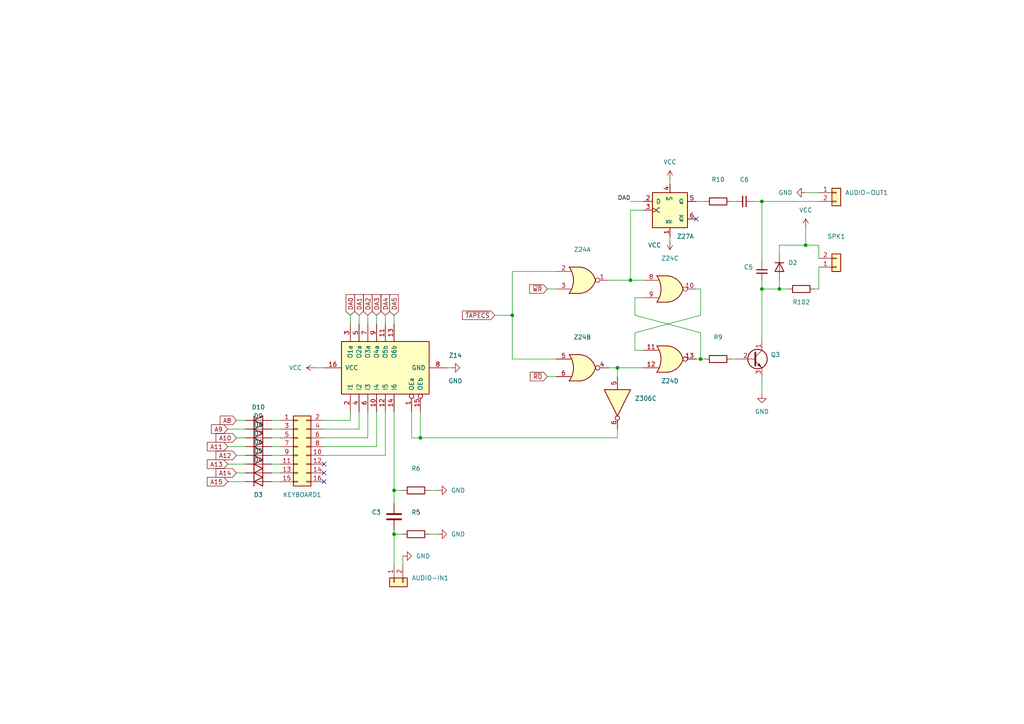
<source format=kicad_sch>
(kicad_sch (version 20211123) (generator eeschema)
  (paper "A4")
  (title_block (title "JupiterAce Z80 plus KIO and new memory format.") (date "2019-09-11") (rev "Alpha") (company "Ontobus") (comment 1 "John Bradley") (comment 2 "https://creativecommons.org/licenses/by-nc-sa/4.0/") (comment 3 "Attribution-NonCommercial-ShareAlike 4.0 International License.") (comment 4 "This work is licensed under a Creative Commons "))
  (lib_symbols
    (symbol "74xx:74LS02" (pin_names (offset 1.016))
      (property "Reference" "U" (at 0 1.27 0))
      (property "Value" "74LS02" (at 0 -1.27 0))
      (symbol "74LS02_1_1"
        (arc (start -3.81 -3.81) (mid -2.589 0) (end -3.81 3.81) (stroke (width 0.254)))
        (arc (start -0.6096 -3.81) (mid 2.1842 -2.5851) (end 3.81 0) (stroke (width 0.254)) (fill (type background)))
        (polyline (pts (xy -3.81 -3.81) (xy -0.635 -3.81)) (stroke (width 0.254)) (fill (type background)))
        (polyline (pts (xy -3.81 3.81) (xy -0.635 3.81)) (stroke (width 0.254)) (fill (type background)))
        (polyline (pts (xy -0.635 3.81) (xy -3.81 3.81) (xy -3.81 3.81) (xy -3.556 3.4036) (xy -3.0226 2.2606) (xy -2.6924 1.0414) (xy -2.6162 -0.254) (xy -2.7686 -1.4986) (xy -3.175 -2.7178) (xy -3.81 -3.81) (xy -3.81 -3.81) (xy -0.635 -3.81)) (stroke (width -25.4)) (fill (type background)))
        (arc (start 3.81 0) (mid 2.1915 2.5936) (end -0.6096 3.81) (stroke (width 0.254)) (fill (type background)))
        (pin output inverted (at 7.62 0 180) (length 3.81) (name "~") (number "1"))
        (pin input line (at -7.62 2.54 0) (length 4.318) (name "~") (number "2"))
        (pin input line (at -7.62 -2.54 0) (length 4.318) (name "~") (number "3"))
      )
      (symbol "74LS02_1_2"
        (arc (start 0 -3.81) (mid 3.81 0) (end 0 3.81) (stroke (width 0.254)) (fill (type background)))
        (polyline (pts (xy 0 3.81) (xy -3.81 3.81) (xy -3.81 -3.81) (xy 0 -3.81)) (stroke (width 0.254)) (fill (type background)))
        (pin output line (at 7.62 0 180) (length 3.81) (name "~") (number "1"))
        (pin input inverted (at -7.62 2.54 0) (length 3.81) (name "~") (number "2"))
        (pin input inverted (at -7.62 -2.54 0) (length 3.81) (name "~") (number "3"))
      )
      (symbol "74LS02_2_1"
        (arc (start -3.81 -3.81) (mid -2.589 0) (end -3.81 3.81) (stroke (width 0.254)))
        (arc (start -0.6096 -3.81) (mid 2.1842 -2.5851) (end 3.81 0) (stroke (width 0.254)) (fill (type background)))
        (polyline (pts (xy -3.81 -3.81) (xy -0.635 -3.81)) (stroke (width 0.254)) (fill (type background)))
        (polyline (pts (xy -3.81 3.81) (xy -0.635 3.81)) (stroke (width 0.254)) (fill (type background)))
        (polyline (pts (xy -0.635 3.81) (xy -3.81 3.81) (xy -3.81 3.81) (xy -3.556 3.4036) (xy -3.0226 2.2606) (xy -2.6924 1.0414) (xy -2.6162 -0.254) (xy -2.7686 -1.4986) (xy -3.175 -2.7178) (xy -3.81 -3.81) (xy -3.81 -3.81) (xy -0.635 -3.81)) (stroke (width -25.4)) (fill (type background)))
        (arc (start 3.81 0) (mid 2.1915 2.5936) (end -0.6096 3.81) (stroke (width 0.254)) (fill (type background)))
        (pin output inverted (at 7.62 0 180) (length 3.81) (name "~") (number "4"))
        (pin input line (at -7.62 2.54 0) (length 4.318) (name "~") (number "5"))
        (pin input line (at -7.62 -2.54 0) (length 4.318) (name "~") (number "6"))
      )
      (symbol "74LS02_2_2"
        (arc (start 0 -3.81) (mid 3.81 0) (end 0 3.81) (stroke (width 0.254)) (fill (type background)))
        (polyline (pts (xy 0 3.81) (xy -3.81 3.81) (xy -3.81 -3.81) (xy 0 -3.81)) (stroke (width 0.254)) (fill (type background)))
        (pin output line (at 7.62 0 180) (length 3.81) (name "~") (number "4"))
        (pin input inverted (at -7.62 2.54 0) (length 3.81) (name "~") (number "5"))
        (pin input inverted (at -7.62 -2.54 0) (length 3.81) (name "~") (number "6"))
      )
      (symbol "74LS02_3_1"
        (arc (start -3.81 -3.81) (mid -2.589 0) (end -3.81 3.81) (stroke (width 0.254)))
        (arc (start -0.6096 -3.81) (mid 2.1842 -2.5851) (end 3.81 0) (stroke (width 0.254)) (fill (type background)))
        (polyline (pts (xy -3.81 -3.81) (xy -0.635 -3.81)) (stroke (width 0.254)) (fill (type background)))
        (polyline (pts (xy -3.81 3.81) (xy -0.635 3.81)) (stroke (width 0.254)) (fill (type background)))
        (polyline (pts (xy -0.635 3.81) (xy -3.81 3.81) (xy -3.81 3.81) (xy -3.556 3.4036) (xy -3.0226 2.2606) (xy -2.6924 1.0414) (xy -2.6162 -0.254) (xy -2.7686 -1.4986) (xy -3.175 -2.7178) (xy -3.81 -3.81) (xy -3.81 -3.81) (xy -0.635 -3.81)) (stroke (width -25.4)) (fill (type background)))
        (arc (start 3.81 0) (mid 2.1915 2.5936) (end -0.6096 3.81) (stroke (width 0.254)) (fill (type background)))
        (pin output inverted (at 7.62 0 180) (length 3.81) (name "~") (number "10"))
        (pin input line (at -7.62 2.54 0) (length 4.318) (name "~") (number "8"))
        (pin input line (at -7.62 -2.54 0) (length 4.318) (name "~") (number "9"))
      )
      (symbol "74LS02_3_2"
        (arc (start 0 -3.81) (mid 3.81 0) (end 0 3.81) (stroke (width 0.254)) (fill (type background)))
        (polyline (pts (xy 0 3.81) (xy -3.81 3.81) (xy -3.81 -3.81) (xy 0 -3.81)) (stroke (width 0.254)) (fill (type background)))
        (pin output line (at 7.62 0 180) (length 3.81) (name "~") (number "10"))
        (pin input inverted (at -7.62 2.54 0) (length 3.81) (name "~") (number "8"))
        (pin input inverted (at -7.62 -2.54 0) (length 3.81) (name "~") (number "9"))
      )
      (symbol "74LS02_4_1"
        (arc (start -3.81 -3.81) (mid -2.589 0) (end -3.81 3.81) (stroke (width 0.254)))
        (arc (start -0.6096 -3.81) (mid 2.1842 -2.5851) (end 3.81 0) (stroke (width 0.254)) (fill (type background)))
        (polyline (pts (xy -3.81 -3.81) (xy -0.635 -3.81)) (stroke (width 0.254)) (fill (type background)))
        (polyline (pts (xy -3.81 3.81) (xy -0.635 3.81)) (stroke (width 0.254)) (fill (type background)))
        (polyline (pts (xy -0.635 3.81) (xy -3.81 3.81) (xy -3.81 3.81) (xy -3.556 3.4036) (xy -3.0226 2.2606) (xy -2.6924 1.0414) (xy -2.6162 -0.254) (xy -2.7686 -1.4986) (xy -3.175 -2.7178) (xy -3.81 -3.81) (xy -3.81 -3.81) (xy -0.635 -3.81)) (stroke (width -25.4)) (fill (type background)))
        (arc (start 3.81 0) (mid 2.1915 2.5936) (end -0.6096 3.81) (stroke (width 0.254)) (fill (type background)))
        (pin input line (at -7.62 2.54 0) (length 4.318) (name "~") (number "11"))
        (pin input line (at -7.62 -2.54 0) (length 4.318) (name "~") (number "12"))
        (pin output inverted (at 7.62 0 180) (length 3.81) (name "~") (number "13"))
      )
      (symbol "74LS02_4_2"
        (arc (start 0 -3.81) (mid 3.81 0) (end 0 3.81) (stroke (width 0.254)) (fill (type background)))
        (polyline (pts (xy 0 3.81) (xy -3.81 3.81) (xy -3.81 -3.81) (xy 0 -3.81)) (stroke (width 0.254)) (fill (type background)))
        (pin input inverted (at -7.62 2.54 0) (length 3.81) (name "~") (number "11"))
        (pin input inverted (at -7.62 -2.54 0) (length 3.81) (name "~") (number "12"))
        (pin output line (at 7.62 0 180) (length 3.81) (name "~") (number "13"))
      )
      (symbol "74LS02_5_0"
        (pin power_in line (at 0 12.7 270) (length 5.08) (name "VCC") (number "14"))
        (pin power_in line (at 0 -12.7 90) (length 5.08) (name "GND") (number "7"))
      )
      (symbol "74LS02_5_1"
        (rectangle (start -5.08 7.62) (end 5.08 -7.62) (stroke (width 0.254)) (fill (type background)))
      )
    )
    (symbol "74xx:74LS04"
      (property "Reference" "U" (at 0 1.27 0))
      (property "Value" "74LS04" (at 0 -1.27 0))
      (symbol "74LS04_1_0"
        (polyline (pts (xy -3.81 3.81) (xy -3.81 -3.81) (xy 3.81 0) (xy -3.81 3.81)) (stroke (width 0.254)) (fill (type background)))
        (pin input line (at -7.62 0 0) (length 3.81) (name "~") (number "1"))
        (pin output inverted (at 7.62 0 180) (length 3.81) (name "~") (number "2"))
      )
      (symbol "74LS04_2_0"
        (polyline (pts (xy -3.81 3.81) (xy -3.81 -3.81) (xy 3.81 0) (xy -3.81 3.81)) (stroke (width 0.254)) (fill (type background)))
        (pin input line (at -7.62 0 0) (length 3.81) (name "~") (number "3"))
        (pin output inverted (at 7.62 0 180) (length 3.81) (name "~") (number "4"))
      )
      (symbol "74LS04_3_0"
        (polyline (pts (xy -3.81 3.81) (xy -3.81 -3.81) (xy 3.81 0) (xy -3.81 3.81)) (stroke (width 0.254)) (fill (type background)))
        (pin input line (at -7.62 0 0) (length 3.81) (name "~") (number "5"))
        (pin output inverted (at 7.62 0 180) (length 3.81) (name "~") (number "6"))
      )
      (symbol "74LS04_4_0"
        (polyline (pts (xy -3.81 3.81) (xy -3.81 -3.81) (xy 3.81 0) (xy -3.81 3.81)) (stroke (width 0.254)) (fill (type background)))
        (pin output inverted (at 7.62 0 180) (length 3.81) (name "~") (number "8"))
        (pin input line (at -7.62 0 0) (length 3.81) (name "~") (number "9"))
      )
      (symbol "74LS04_5_0"
        (polyline (pts (xy -3.81 3.81) (xy -3.81 -3.81) (xy 3.81 0) (xy -3.81 3.81)) (stroke (width 0.254)) (fill (type background)))
        (pin output inverted (at 7.62 0 180) (length 3.81) (name "~") (number "10"))
        (pin input line (at -7.62 0 0) (length 3.81) (name "~") (number "11"))
      )
      (symbol "74LS04_6_0"
        (polyline (pts (xy -3.81 3.81) (xy -3.81 -3.81) (xy 3.81 0) (xy -3.81 3.81)) (stroke (width 0.254)) (fill (type background)))
        (pin output inverted (at 7.62 0 180) (length 3.81) (name "~") (number "12"))
        (pin input line (at -7.62 0 0) (length 3.81) (name "~") (number "13"))
      )
      (symbol "74LS04_7_0"
        (pin power_in line (at 0 12.7 270) (length 5.08) (name "VCC") (number "14"))
        (pin power_in line (at 0 -12.7 90) (length 5.08) (name "GND") (number "7"))
      )
      (symbol "74LS04_7_1"
        (rectangle (start -5.08 7.62) (end 5.08 -7.62) (stroke (width 0.254)) (fill (type background)))
      )
    )
    (symbol "74xx:74LS367" (pin_names (offset 1.016))
      (property "Reference" "U" (at -7.62 13.97 0))
      (property "Value" "74LS367" (at -7.62 -13.97 0))
      (symbol "74LS367_1_0"
        (pin input inverted (at -12.7 -7.62 0) (length 5.08) (name "OEa") (number "1"))
        (pin input line (at -12.7 2.54 0) (length 5.08) (name "I4") (number "10"))
        (pin tri_state line (at 12.7 0 180) (length 5.08) (name "O5b") (number "11"))
        (pin input line (at -12.7 0 0) (length 5.08) (name "I5") (number "12"))
        (pin tri_state line (at 12.7 -2.54 180) (length 5.08) (name "O6b") (number "13"))
        (pin input line (at -12.7 -2.54 0) (length 5.08) (name "I6") (number "14"))
        (pin input inverted (at -12.7 -10.16 0) (length 5.08) (name "OEb") (number "15"))
        (pin power_in line (at 0 17.78 270) (length 5.08) (name "VCC") (number "16"))
        (pin input line (at -12.7 10.16 0) (length 5.08) (name "I1") (number "2"))
        (pin tri_state line (at 12.7 10.16 180) (length 5.08) (name "O1a") (number "3"))
        (pin input line (at -12.7 7.62 0) (length 5.08) (name "I2") (number "4"))
        (pin tri_state line (at 12.7 7.62 180) (length 5.08) (name "O2a") (number "5"))
        (pin input line (at -12.7 5.08 0) (length 5.08) (name "I3") (number "6"))
        (pin tri_state line (at 12.7 5.08 180) (length 5.08) (name "O3a") (number "7"))
        (pin power_in line (at 0 -17.78 90) (length 5.08) (name "GND") (number "8"))
        (pin tri_state line (at 12.7 2.54 180) (length 5.08) (name "O4a") (number "9"))
      )
      (symbol "74LS367_1_1"
        (rectangle (start -7.62 12.7) (end 7.62 -12.7) (stroke (width 0.254)) (fill (type background)))
      )
    )
    (symbol "74xx:74LS74" (pin_names (offset 1.016))
      (property "Reference" "U" (at -7.62 8.89 0))
      (property "Value" "74LS74" (at -7.62 -8.89 0))
      (symbol "74LS74_1_0"
        (pin input line (at 0 -7.62 90) (length 2.54) (name "~{R}") (number "1"))
        (pin input line (at -7.62 2.54 0) (length 2.54) (name "D") (number "2"))
        (pin input clock (at -7.62 0 0) (length 2.54) (name "C") (number "3"))
        (pin input line (at 0 7.62 270) (length 2.54) (name "~{S}") (number "4"))
        (pin output line (at 7.62 2.54 180) (length 2.54) (name "Q") (number "5"))
        (pin output line (at 7.62 -2.54 180) (length 2.54) (name "~{Q}") (number "6"))
      )
      (symbol "74LS74_1_1"
        (rectangle (start -5.08 5.08) (end 5.08 -5.08) (stroke (width 0.254)) (fill (type background)))
      )
      (symbol "74LS74_2_0"
        (pin input line (at 0 7.62 270) (length 2.54) (name "~{S}") (number "10"))
        (pin input clock (at -7.62 0 0) (length 2.54) (name "C") (number "11"))
        (pin input line (at -7.62 2.54 0) (length 2.54) (name "D") (number "12"))
        (pin input line (at 0 -7.62 90) (length 2.54) (name "~{R}") (number "13"))
        (pin output line (at 7.62 -2.54 180) (length 2.54) (name "~{Q}") (number "8"))
        (pin output line (at 7.62 2.54 180) (length 2.54) (name "Q") (number "9"))
      )
      (symbol "74LS74_2_1"
        (rectangle (start -5.08 5.08) (end 5.08 -5.08) (stroke (width 0.254)) (fill (type background)))
      )
      (symbol "74LS74_3_0"
        (pin power_in line (at 0 10.16 270) (length 2.54) (name "VCC") (number "14"))
        (pin power_in line (at 0 -10.16 90) (length 2.54) (name "GND") (number "7"))
      )
      (symbol "74LS74_3_1"
        (rectangle (start -5.08 7.62) (end 5.08 -7.62) (stroke (width 0.254)) (fill (type background)))
      )
    )
    (symbol "Connector_Generic:Conn_01x02" (pin_names (offset 1.016) hide)
      (property "Reference" "J" (at 0 2.54 0))
      (property "Value" "Conn_01x02" (at 0 -5.08 0))
      (symbol "Conn_01x02_1_1"
        (rectangle (start -1.27 -2.413) (end 0 -2.667) (stroke (width 0.1524)))
        (rectangle (start -1.27 0.127) (end 0 -0.127) (stroke (width 0.1524)))
        (rectangle (start -1.27 1.27) (end 1.27 -3.81) (stroke (width 0.254)) (fill (type background)))
        (pin passive line (at -5.08 0 0) (length 3.81) (name "Pin_1") (number "1"))
        (pin passive line (at -5.08 -2.54 0) (length 3.81) (name "Pin_2") (number "2"))
      )
    )
    (symbol "Connector_Generic:Conn_02x08_Odd_Even" (pin_names (offset 1.016) hide)
      (property "Reference" "J" (at 1.27 10.16 0))
      (property "Value" "Conn_02x08_Odd_Even" (at 1.27 -12.7 0))
      (symbol "Conn_02x08_Odd_Even_1_1"
        (rectangle (start -1.27 -10.033) (end 0 -10.287) (stroke (width 0.1524)))
        (rectangle (start -1.27 -7.493) (end 0 -7.747) (stroke (width 0.1524)))
        (rectangle (start -1.27 -4.953) (end 0 -5.207) (stroke (width 0.1524)))
        (rectangle (start -1.27 -2.413) (end 0 -2.667) (stroke (width 0.1524)))
        (rectangle (start -1.27 0.127) (end 0 -0.127) (stroke (width 0.1524)))
        (rectangle (start -1.27 2.667) (end 0 2.413) (stroke (width 0.1524)))
        (rectangle (start -1.27 5.207) (end 0 4.953) (stroke (width 0.1524)))
        (rectangle (start -1.27 7.747) (end 0 7.493) (stroke (width 0.1524)))
        (rectangle (start -1.27 8.89) (end 3.81 -11.43) (stroke (width 0.254)) (fill (type background)))
        (rectangle (start 3.81 -10.033) (end 2.54 -10.287) (stroke (width 0.1524)))
        (rectangle (start 3.81 -7.493) (end 2.54 -7.747) (stroke (width 0.1524)))
        (rectangle (start 3.81 -4.953) (end 2.54 -5.207) (stroke (width 0.1524)))
        (rectangle (start 3.81 -2.413) (end 2.54 -2.667) (stroke (width 0.1524)))
        (rectangle (start 3.81 0.127) (end 2.54 -0.127) (stroke (width 0.1524)))
        (rectangle (start 3.81 2.667) (end 2.54 2.413) (stroke (width 0.1524)))
        (rectangle (start 3.81 5.207) (end 2.54 4.953) (stroke (width 0.1524)))
        (rectangle (start 3.81 7.747) (end 2.54 7.493) (stroke (width 0.1524)))
        (pin passive line (at -5.08 7.62 0) (length 3.81) (name "Pin_1") (number "1"))
        (pin passive line (at 7.62 -2.54 180) (length 3.81) (name "Pin_10") (number "10"))
        (pin passive line (at -5.08 -5.08 0) (length 3.81) (name "Pin_11") (number "11"))
        (pin passive line (at 7.62 -5.08 180) (length 3.81) (name "Pin_12") (number "12"))
        (pin passive line (at -5.08 -7.62 0) (length 3.81) (name "Pin_13") (number "13"))
        (pin passive line (at 7.62 -7.62 180) (length 3.81) (name "Pin_14") (number "14"))
        (pin passive line (at -5.08 -10.16 0) (length 3.81) (name "Pin_15") (number "15"))
        (pin passive line (at 7.62 -10.16 180) (length 3.81) (name "Pin_16") (number "16"))
        (pin passive line (at 7.62 7.62 180) (length 3.81) (name "Pin_2") (number "2"))
        (pin passive line (at -5.08 5.08 0) (length 3.81) (name "Pin_3") (number "3"))
        (pin passive line (at 7.62 5.08 180) (length 3.81) (name "Pin_4") (number "4"))
        (pin passive line (at -5.08 2.54 0) (length 3.81) (name "Pin_5") (number "5"))
        (pin passive line (at 7.62 2.54 180) (length 3.81) (name "Pin_6") (number "6"))
        (pin passive line (at -5.08 0 0) (length 3.81) (name "Pin_7") (number "7"))
        (pin passive line (at 7.62 0 180) (length 3.81) (name "Pin_8") (number "8"))
        (pin passive line (at -5.08 -2.54 0) (length 3.81) (name "Pin_9") (number "9"))
      )
    )
    (symbol "Device:C" (pin_numbers hide) (pin_names (offset 0.254))
      (property "Reference" "C" (at 0.635 2.54 0))
      (property "Value" "C" (at 0.635 -2.54 0))
      (symbol "C_0_1"
        (polyline (pts (xy -2.032 -0.762) (xy 2.032 -0.762)) (stroke (width 0.508)))
        (polyline (pts (xy -2.032 0.762) (xy 2.032 0.762)) (stroke (width 0.508)))
      )
      (symbol "C_1_1"
        (pin passive line (at 0 3.81 270) (length 2.794) (name "~") (number "1"))
        (pin passive line (at 0 -3.81 90) (length 2.794) (name "~") (number "2"))
      )
    )
    (symbol "Device:C_Small" (pin_numbers hide) (pin_names (offset 0.254) hide)
      (property "Reference" "C" (at 0.254 1.778 0))
      (property "Value" "C_Small" (at 0.254 -2.032 0))
      (symbol "C_Small_0_1"
        (polyline (pts (xy -1.524 -0.508) (xy 1.524 -0.508)) (stroke (width 0.3302)))
        (polyline (pts (xy -1.524 0.508) (xy 1.524 0.508)) (stroke (width 0.3048)))
      )
      (symbol "C_Small_1_1"
        (pin passive line (at 0 2.54 270) (length 2.032) (name "~") (number "1"))
        (pin passive line (at 0 -2.54 90) (length 2.032) (name "~") (number "2"))
      )
    )
    (symbol "Device:Q_NPN_CBE" (pin_names (offset 0) hide)
      (property "Reference" "Q" (at 5.08 1.27 0))
      (property "Value" "Q_NPN_CBE" (at 5.08 -1.27 0))
      (symbol "Q_NPN_CBE_0_1"
        (polyline (pts (xy 0.635 0.635) (xy 2.54 2.54)))
        (polyline (pts (xy 0.635 -0.635) (xy 2.54 -2.54) (xy 2.54 -2.54)))
        (polyline (pts (xy 0.635 1.905) (xy 0.635 -1.905) (xy 0.635 -1.905)) (stroke (width 0.508)))
        (polyline (pts (xy 1.27 -1.778) (xy 1.778 -1.27) (xy 2.286 -2.286) (xy 1.27 -1.778) (xy 1.27 -1.778)) (fill (type outline)))
        (circle (center 1.27 0) (radius 2.8194) (stroke (width 0.254)))
      )
      (symbol "Q_NPN_CBE_1_1"
        (pin passive line (at 2.54 5.08 270) (length 2.54) (name "C") (number "1"))
        (pin input line (at -5.08 0 0) (length 5.715) (name "B") (number "2"))
        (pin passive line (at 2.54 -5.08 90) (length 2.54) (name "E") (number "3"))
      )
    )
    (symbol "Device:R" (pin_numbers hide) (pin_names (offset 0))
      (property "Reference" "R" (at 2.032 0 90))
      (property "Value" "R" (at 0 0 90))
      (symbol "R_0_1"
        (rectangle (start -1.016 -2.54) (end 1.016 2.54) (stroke (width 0.254)))
      )
      (symbol "R_1_1"
        (pin passive line (at 0 3.81 270) (length 1.27) (name "~") (number "1"))
        (pin passive line (at 0 -3.81 90) (length 1.27) (name "~") (number "2"))
      )
    )
    (symbol "Diode:1N4148" (pin_numbers hide) (pin_names (offset 1.016) hide)
      (property "Reference" "D" (at 0 2.54 0))
      (property "Value" "1N4148" (at 0 -2.54 0))
      (symbol "1N4148_0_1"
        (polyline (pts (xy -1.27 1.27) (xy -1.27 -1.27)) (stroke (width 0.254)))
        (polyline (pts (xy 1.27 0) (xy -1.27 0)))
        (polyline (pts (xy 1.27 1.27) (xy 1.27 -1.27) (xy -1.27 0) (xy 1.27 1.27)) (stroke (width 0.254)))
      )
      (symbol "1N4148_1_1"
        (pin passive line (at -3.81 0 0) (length 2.54) (name "K") (number "1"))
        (pin passive line (at 3.81 0 180) (length 2.54) (name "A") (number "2"))
      )
    )
    (symbol "power:GND" (power) (pin_names (offset 0))
      (property "Value" "GND" (at 0 -3.81 0))
      (symbol "GND_0_1"
        (polyline (pts (xy 0 0) (xy 0 -1.27) (xy 1.27 -1.27) (xy 0 -2.54) (xy -1.27 -1.27) (xy 0 -1.27)))
      )
      (symbol "GND_1_1"
        (pin power_in line (at 0 0 270) (length 0) hide (name "GND") (number "1"))
      )
    )
    (symbol "power:VCC" (power) (pin_names (offset 0))
      (property "Value" "VCC" (at 0 3.81 0))
      (symbol "VCC_0_1"
        (polyline (pts (xy -0.762 1.27) (xy 0 2.54)))
        (polyline (pts (xy 0 0) (xy 0 2.54)))
        (polyline (pts (xy 0 2.54) (xy 0.762 1.27)))
      )
      (symbol "VCC_1_1"
        (pin power_in line (at 0 0 90) (length 0) hide (name "VCC") (number "1"))
      )
    )
  )
  (junction (at 148.59 91.44))
  (junction (at 114.3 142.24))
  (junction (at 233.68 71.12))
  (junction (at 220.98 58.42))
  (junction (at 203.2 104.14))
  (junction (at 121.92 127))
  (junction (at 226.06 83.82))
  (junction (at 220.98 83.82))
  (junction (at 114.3 154.94))
  (junction (at 182.88 81.28))
  (junction (at 179.07 106.68))
  (no_connect (at 93.98 137.16))
  (no_connect (at -28.575 298.45))
  (no_connect (at -344.805 283.21))
  (no_connect (at 93.98 139.7))
  (no_connect (at 201.93 63.5))
  (no_connect (at 93.98 134.62))
  (wire (pts (xy 78.74 124.46) (xy 81.28 124.46)))
  (wire (pts (xy 93.98 127) (xy 106.68 127)))
  (wire (pts (xy 184.15 101.6) (xy 186.69 101.6)))
  (wire (pts (xy 114.3 119.38) (xy 114.3 142.24)))
  (wire (pts (xy 101.6 93.98) (xy 101.6 91.44)))
  (wire (pts (xy 119.38 119.38) (xy 119.38 127)))
  (wire (pts (xy 116.84 154.94) (xy 114.3 154.94)))
  (wire (pts (xy 148.59 104.14) (xy 161.29 104.14)))
  (wire (pts (xy 161.29 109.22) (xy 158.75 109.22)))
  (wire (pts (xy 184.15 86.36) (xy 186.69 86.36)))
  (wire (pts (xy 109.22 129.54) (xy 93.98 129.54)))
  (wire (pts (xy 71.12 129.54) (xy 66.04 129.54)))
  (wire (pts (xy 114.3 154.94) (xy 114.3 153.67)))
  (wire (pts (xy 130.81 106.68) (xy 129.54 106.68)))
  (wire (pts (xy 71.12 134.62) (xy 66.04 134.62)))
  (wire (pts (xy 71.12 139.7) (xy 66.04 139.7)))
  (wire (pts (xy 111.76 93.98) (xy 111.76 91.44)))
  (wire (pts (xy 226.06 83.82) (xy 226.06 81.28)))
  (wire (pts (xy 93.98 121.92) (xy 101.6 121.92)))
  (wire (pts (xy 81.28 132.08) (xy 78.74 132.08)))
  (wire (pts (xy 78.74 134.62) (xy 81.28 134.62)))
  (wire (pts (xy 71.12 124.46) (xy 66.04 124.46)))
  (wire (pts (xy 121.92 119.38) (xy 121.92 127)))
  (wire (pts (xy 148.59 91.44) (xy 148.59 104.14)))
  (wire (pts (xy 220.98 83.82) (xy 220.98 99.06)))
  (wire (pts (xy 204.47 58.42) (xy 201.93 58.42)))
  (wire (pts (xy 179.07 124.46) (xy 179.07 127)))
  (wire (pts (xy 220.98 81.28) (xy 220.98 83.82)))
  (wire (pts (xy 148.59 78.74) (xy 148.59 91.44)))
  (wire (pts (xy 179.07 106.68) (xy 186.69 106.68)))
  (wire (pts (xy 203.2 91.44) (xy 184.15 96.52)))
  (wire (pts (xy 184.15 96.52) (xy 184.15 101.6)))
  (wire (pts (xy 81.28 127) (xy 78.74 127)))
  (wire (pts (xy 124.46 142.24) (xy 127 142.24)))
  (wire (pts (xy 81.28 137.16) (xy 78.74 137.16)))
  (wire (pts (xy 93.98 124.46) (xy 104.14 124.46)))
  (wire (pts (xy 143.51 91.44) (xy 148.59 91.44)))
  (wire (pts (xy 194.31 53.34) (xy 194.31 52.07)))
  (wire (pts (xy 237.49 74.93) (xy 237.49 71.12)))
  (wire (pts (xy 114.3 146.05) (xy 114.3 142.24)))
  (wire (pts (xy 220.98 83.82) (xy 226.06 83.82)))
  (wire (pts (xy 106.68 93.98) (xy 106.68 91.44)))
  (wire (pts (xy 220.98 58.42) (xy 220.98 76.2)))
  (wire (pts (xy 186.69 60.96) (xy 182.88 60.96)))
  (wire (pts (xy 226.06 71.12) (xy 226.06 73.66)))
  (wire (pts (xy 114.3 93.98) (xy 114.3 91.44)))
  (wire (pts (xy 201.93 104.14) (xy 203.2 104.14)))
  (wire (pts (xy 116.84 161.29) (xy 116.84 163.83)))
  (wire (pts (xy 93.98 132.08) (xy 111.76 132.08)))
  (wire (pts (xy 182.88 58.42) (xy 186.69 58.42)))
  (wire (pts (xy 203.2 104.14) (xy 204.47 104.14)))
  (wire (pts (xy 78.74 129.54) (xy 81.28 129.54)))
  (wire (pts (xy 201.93 83.82) (xy 203.2 83.82)))
  (wire (pts (xy 104.14 119.38) (xy 104.14 124.46)))
  (wire (pts (xy 203.2 83.82) (xy 203.2 91.44)))
  (wire (pts (xy 119.38 127) (xy 121.92 127)))
  (wire (pts (xy 71.12 137.16) (xy 68.58 137.16)))
  (wire (pts (xy 176.53 106.68) (xy 179.07 106.68)))
  (wire (pts (xy 226.06 71.12) (xy 233.68 71.12)))
  (wire (pts (xy 161.29 83.82) (xy 158.75 83.82)))
  (wire (pts (xy 93.98 106.68) (xy 91.44 106.68)))
  (wire (pts (xy 179.07 106.68) (xy 179.07 109.22)))
  (wire (pts (xy 121.92 127) (xy 179.07 127)))
  (wire (pts (xy 213.36 104.14) (xy 212.09 104.14)))
  (wire (pts (xy 194.31 68.58) (xy 194.31 69.85)))
  (wire (pts (xy 109.22 119.38) (xy 109.22 129.54)))
  (wire (pts (xy 101.6 119.38) (xy 101.6 121.92)))
  (wire (pts (xy 114.3 163.83) (xy 114.3 154.94)))
  (wire (pts (xy 104.14 93.98) (xy 104.14 91.44)))
  (wire (pts (xy 81.28 121.92) (xy 78.74 121.92)))
  (wire (pts (xy 184.15 91.44) (xy 184.15 86.36)))
  (wire (pts (xy 228.6 83.82) (xy 226.06 83.82)))
  (wire (pts (xy 124.46 154.94) (xy 127 154.94)))
  (wire (pts (xy 237.49 55.88) (xy 233.68 55.88)))
  (wire (pts (xy 106.68 119.38) (xy 106.68 127)))
  (wire (pts (xy 237.49 83.82) (xy 237.49 77.47)))
  (wire (pts (xy 212.09 58.42) (xy 213.36 58.42)))
  (wire (pts (xy 161.29 78.74) (xy 148.59 78.74)))
  (wire (pts (xy 111.76 119.38) (xy 111.76 132.08)))
  (wire (pts (xy 220.98 109.22) (xy 220.98 114.3)))
  (wire (pts (xy 116.84 142.24) (xy 114.3 142.24)))
  (wire (pts (xy 176.53 81.28) (xy 182.88 81.28)))
  (wire (pts (xy 233.68 71.12) (xy 233.68 66.04)))
  (wire (pts (xy 220.98 58.42) (xy 237.49 58.42)))
  (wire (pts (xy 203.2 96.52) (xy 203.2 104.14)))
  (wire (pts (xy 78.74 139.7) (xy 81.28 139.7)))
  (wire (pts (xy 109.22 93.98) (xy 109.22 91.44)))
  (wire (pts (xy 233.68 71.12) (xy 237.49 71.12)))
  (wire (pts (xy 182.88 81.28) (xy 186.69 81.28)))
  (wire (pts (xy 71.12 127) (xy 68.58 127)))
  (wire (pts (xy 71.12 121.92) (xy 68.58 121.92)))
  (wire (pts (xy 218.44 58.42) (xy 220.98 58.42)))
  (wire (pts (xy 203.2 96.52) (xy 184.15 91.44)))
  (wire (pts (xy 236.22 83.82) (xy 237.49 83.82)))
  (wire (pts (xy 182.88 60.96) (xy 182.88 81.28)))
  (wire (pts (xy 71.12 132.08) (xy 68.58 132.08)))
  (label "DA0" (at 182.88 58.42 180))
  (global_label "A9" (shape input) (at 66.04 124.46 180) (property "Intersheet References" "${INTERSHEET_REFS}" (at 61.4177 124.3806 0) (effects (justify right))))
  (global_label "~{TAPECS}" (shape input) (at 143.51 91.44 180) (property "Intersheet References" "${INTERSHEET_REFS}" (at 134.231 91.3606 0) (effects (justify right))))
  (global_label "~{WR}" (shape input) (at 158.75 83.82 180) (property "Intersheet References" "${INTERSHEET_REFS}" (at 153.7044 83.7406 0) (effects (justify right))))
  (global_label "DA1" (shape input) (at 104.14 91.44 90) (property "Intersheet References" "${INTERSHEET_REFS}" (at 104.0606 85.5477 90) (effects (justify left))))
  (global_label "DA5" (shape input) (at 114.3 91.44 90) (property "Intersheet References" "${INTERSHEET_REFS}" (at 114.2206 85.5477 90) (effects (justify left))))
  (global_label "DA3" (shape input) (at 109.22 91.44 90) (property "Intersheet References" "${INTERSHEET_REFS}" (at 109.1406 85.5477 90) (effects (justify left))))
  (global_label "A10" (shape input) (at 68.58 127 180) (property "Intersheet References" "${INTERSHEET_REFS}" (at 62.7482 126.9206 0) (effects (justify right))))
  (global_label "A12" (shape input) (at 68.58 132.08 180) (property "Intersheet References" "${INTERSHEET_REFS}" (at 62.7482 132.0006 0) (effects (justify right))))
  (global_label "A15" (shape input) (at 66.04 139.7 180) (property "Intersheet References" "${INTERSHEET_REFS}" (at 60.2082 139.6206 0) (effects (justify right))))
  (global_label "~{RD}" (shape input) (at 158.75 109.22 180) (property "Intersheet References" "${INTERSHEET_REFS}" (at 153.8858 109.1406 0) (effects (justify right))))
  (global_label "A13" (shape input) (at 66.04 134.62 180) (property "Intersheet References" "${INTERSHEET_REFS}" (at 60.2082 134.5406 0) (effects (justify right))))
  (global_label "DA0" (shape input) (at 101.6 91.44 90) (property "Intersheet References" "${INTERSHEET_REFS}" (at 101.5206 85.5477 90) (effects (justify left))))
  (global_label "A14" (shape input) (at 68.58 137.16 180) (property "Intersheet References" "${INTERSHEET_REFS}" (at 62.7482 137.0806 0) (effects (justify right))))
  (global_label "DA4" (shape input) (at 111.76 91.44 90) (property "Intersheet References" "${INTERSHEET_REFS}" (at 111.6806 85.5477 90) (effects (justify left))))
  (global_label "A11" (shape input) (at 66.04 129.54 180) (property "Intersheet References" "${INTERSHEET_REFS}" (at 60.2082 129.4606 0) (effects (justify right))))
  (global_label "A8" (shape input) (at 68.58 121.92 180) (property "Intersheet References" "${INTERSHEET_REFS}" (at 63.9577 121.8406 0) (effects (justify right))))
  (global_label "DA2" (shape input) (at 106.68 91.44 90) (property "Intersheet References" "${INTERSHEET_REFS}" (at 106.6006 85.5477 90) (effects (justify left))))
  (symbol (lib_id "Connector_Generic:Conn_01x02") (at 114.3 168.91 90) (mirror x) (unit 1)
    (property "Reference" "AUDIO-IN1" (at 119.38 167.64 90) (effects (font (size 1.2954 1.2954)) (justify right)))
    (property "Manufacturer_Name" "SAMTEC" (effects hide))
    (property "Manufacturer_Part_Number" "TSW–101–10–T–D–RA" (effects hide))
  )
  (symbol (lib_id "Device:C") (at 114.3 149.86 180) (unit 1)
    (property "Reference" "C3" (at 110.49 148.5899 0) (effects (justify left)))
    (property "Manufacturer_Name" "vishay" (effects hide))
    (property "Manufacturer_Part_Number" "K473K15X7RF5TL2" (effects hide))
    (property "Height" "4" (effects hide))
  )
  (symbol (lib_id "Diode:1N4148") (at 74.93 139.7 0) (unit 1)
    (property "Reference" "D3" (at 74.93 143.51 0))
    (property "Datasheet" "https://assets.nexperia.com/documents/data-sheet/1N4148_1N4448.pdf" (effects hide))
    (property "Manufacturer_Name" "ON Semiconductor" (effects hide))
    (property "Manufacturer_Part_Number" "1N4148" (effects hide))
  )
  (symbol (lib_id "Device:Q_NPN_CBE") (at 218.44 104.14 0) (unit 1)
    (property "Reference" "Q3" (at 223.52 102.8699 0) (effects (justify left)))
    (property "Manufacturer_Part_Number" "BC183" (effects hide))
  )
  (symbol (lib_id "Diode:1N4148") (at 74.93 137.16 0) (unit 1)
    (property "Reference" "D4" (at 74.93 133.35 0))
    (property "Datasheet" "https://assets.nexperia.com/documents/data-sheet/1N4148_1N4448.pdf" (effects hide))
    (property "Manufacturer_Name" "ON Semiconductor" (effects hide))
    (property "Manufacturer_Part_Number" "1N4148" (effects hide))
  )
  (symbol (lib_id "Diode:1N4148") (at 74.93 134.62 0) (unit 1)
    (property "Reference" "D5" (at 74.93 130.81 0))
    (property "Datasheet" "https://assets.nexperia.com/documents/data-sheet/1N4148_1N4448.pdf" (effects hide))
    (property "Manufacturer_Name" "ON Semiconductor" (effects hide))
    (property "Manufacturer_Part_Number" "1N4148" (effects hide))
  )
  (symbol (lib_id "Diode:1N4148") (at 74.93 132.08 0) (unit 1)
    (property "Reference" "D6" (at 74.93 128.27 0))
    (property "Datasheet" "https://assets.nexperia.com/documents/data-sheet/1N4148_1N4448.pdf" (effects hide))
    (property "Manufacturer_Name" "ON Semiconductor" (effects hide))
    (property "Manufacturer_Part_Number" "1N4148" (effects hide))
  )
  (symbol (lib_id "Diode:1N4148") (at 74.93 129.54 0) (unit 1)
    (property "Reference" "D7" (at 74.93 125.73 0))
    (property "Datasheet" "https://assets.nexperia.com/documents/data-sheet/1N4148_1N4448.pdf" (effects hide))
    (property "Manufacturer_Name" "ON Semiconductor" (effects hide))
    (property "Manufacturer_Part_Number" "1N4148" (effects hide))
  )
  (symbol (lib_id "Diode:1N4148") (at 74.93 127 0) (unit 1)
    (property "Reference" "D8" (at 74.93 123.19 0))
    (property "Datasheet" "https://assets.nexperia.com/documents/data-sheet/1N4148_1N4448.pdf" (effects hide))
    (property "Manufacturer_Name" "ON Semiconductor" (effects hide))
    (property "Manufacturer_Part_Number" "1N4148" (effects hide))
  )
  (symbol (lib_id "Diode:1N4148") (at 74.93 124.46 0) (unit 1)
    (property "Reference" "D9" (at 74.93 120.65 0))
    (property "Datasheet" "https://assets.nexperia.com/documents/data-sheet/1N4148_1N4448.pdf" (effects hide))
    (property "Manufacturer_Name" "ON Semiconductor" (effects hide))
    (property "Manufacturer_Part_Number" "1N4148" (effects hide))
  )
  (symbol (lib_id "Diode:1N4148") (at 74.93 121.92 0) (unit 1)
    (property "Reference" "D10" (at 74.93 118.11 0))
    (property "Datasheet" "https://assets.nexperia.com/documents/data-sheet/1N4148_1N4448.pdf" (effects hide))
    (property "Manufacturer_Name" "ON Semiconductor" (effects hide))
    (property "Manufacturer_Part_Number" "1N4148" (effects hide))
  )
  (symbol (lib_id "Connector_Generic:Conn_01x02") (at 242.57 77.47 0) (mirror x) (unit 1)
    (property "Reference" "SPK1" (at 242.57 68.58 0) (effects (font (size 1.2954 1.2954))))
    (property "Manufacturer_Name" "SAMTEC" (effects hide))
    (property "Manufacturer_Part_Number" "TSW–101–10–T–D–RA" (effects hide))
  )
  (symbol (lib_id "Diode:1N4148") (at 226.06 77.47 270) (unit 1)
    (property "Reference" "D2" (at 228.6 76.1999 90) (effects (justify left)))
    (property "Datasheet" "https://assets.nexperia.com/documents/data-sheet/1N4148_1N4448.pdf" (effects hide))
    (property "Manufacturer_Name" "ON Semiconductor" (effects hide))
    (property "Manufacturer_Part_Number" "1N4148" (effects hide))
  )
  (symbol (lib_id "Connector_Generic:Conn_02x08_Odd_Even") (at 86.36 129.54 0) (unit 1)
    (property "Reference" "KEYBOARD1" (at 87.63 143.51 0))
    (property "Manufacturer_Name" "SAMTEC" (effects hide))
    (property "Manufacturer_Part_Number" "TSW–108–10–T–D–RA" (effects hide))
  )
  (symbol (lib_id "Device:C_Small") (at 220.98 78.74 0) (unit 1)
    (property "Reference" "C5" (at 218.44 77.4762 0) (effects (justify right)))
    (property "Manufacturer_Name" "tdk" (effects hide))
    (property "Manufacturer_Part_Number" "FA18C0G1H470JNU00" (effects hide))
  )
  (symbol (lib_id "Device:R") (at 232.41 83.82 90) (unit 1)
    (property "Reference" "R102" (at 232.41 87.63 90))
    (property "Manufacturer_Name" "Vishay" (effects hide))
    (property "Manufacturer_Part_Number" "MBA02040C2000FRP00 " (effects hide))
  )
  (symbol (lib_id "Device:C_Small") (at 215.9 58.42 270) (unit 1)
    (property "Reference" "C6" (at 215.8936 52.07 90))
    (property "Manufacturer_Name" "vishay" (effects hide))
    (property "Manufacturer_Part_Number" "K473K15X7RF5TL2" (effects hide))
    (property "Height" "4" (effects hide))
  )
  (symbol (lib_id "74xx:74LS02") (at 168.91 81.28 0) (unit 1)
    (property "Reference" "Z24" (at 168.91 72.39 0))
    (property "Datasheet" "http://www.ti.com/lit/gpn/sn74ls02" (effects hide))
    (property "Manufacturer_Part_Number" "SN74AHCT02N" (effects hide))
    (property "Manufacturer_Name" "Texas Instruments" (effects hide))
  )
  (symbol (lib_id "74xx:74LS02") (at 168.91 106.68 0) (unit 2)
    (property "Reference" "Z24" (at 168.91 97.79 0))
    (property "Datasheet" "http://www.ti.com/lit/gpn/sn74ls02" (effects hide))
    (property "Manufacturer_Part_Number" "SN74AHCT02N" (effects hide))
    (property "Manufacturer_Name" "Texas Instruments" (effects hide))
  )
  (symbol (lib_id "74xx:74LS02") (at 194.31 83.82 0) (unit 3)
    (property "Reference" "Z24" (at 194.31 74.93 0))
    (property "Datasheet" "http://www.ti.com/lit/gpn/sn74ls02" (effects hide))
    (property "Manufacturer_Part_Number" "SN74AHCT02N" (effects hide))
    (property "Manufacturer_Name" "Texas Instruments" (effects hide))
  )
  (symbol (lib_id "74xx:74LS02") (at 194.31 104.14 0) (unit 4)
    (property "Reference" "Z24" (at 194.31 110.49 0))
    (property "Datasheet" "http://www.ti.com/lit/gpn/sn74ls02" (effects hide))
    (property "Manufacturer_Part_Number" "SN74AHCT02N" (effects hide))
    (property "Manufacturer_Name" "Texas Instruments" (effects hide))
  )
  (symbol (lib_id "74xx:74LS74") (at 194.31 60.96 0) (unit 1)
    (property "Reference" "Z27" (at 196.3294 68.58 0) (effects (justify left)))
    (property "Datasheet" "74xx/74hc_hct74.pdf" (effects hide))
    (property "Manufacturer_Part_Number" "SN74AHCT74N" (effects hide))
    (property "Manufacturer_Name" "Texas Instruments" (effects hide))
  )
  (symbol (lib_id "Device:R") (at 120.65 154.94 270) (unit 1)
    (property "Reference" "R5" (at 120.65 148.59 90))
    (property "Manufacturer_Name" "Vishay" (effects hide))
    (property "Manufacturer_Part_Number" "MBA02040C1202FRP00" (effects hide))
  )
  (symbol (lib_id "74xx:74LS04") (at 179.07 116.84 270) (unit 3)
    (property "Reference" "Z306" (at 184.15 115.5699 90) (effects (justify left)))
    (property "Datasheet" "http://www.ti.com/lit/gpn/sn74LS04" (effects hide))
    (property "Manufacturer_Part_Number" "SN74AHCT04N" (effects hide))
    (property "Manufacturer_Name" "Texas Instruments" (effects hide))
  )
  (symbol (lib_id "power:GND") (at 220.98 114.3 0) (unit 1)
    (property "Reference" "#~PWR0103" (effects hide))
    (property "Value" "GND" (at 220.98 119.38 0))
  )
  (symbol (lib_id "power:VCC") (at 233.68 66.04 0) (unit 1)
    (property "Reference" "#~PWR0105" (effects hide))
    (property "Value" "VCC" (at 233.68 60.96 0))
  )
  (symbol (lib_id "power:GND") (at 233.68 55.88 270) (unit 1)
    (property "Reference" "#~PWR0104" (effects hide))
    (property "Value" "GND" (at 229.87 55.8799 90) (effects (justify right)))
  )
  (symbol (lib_id "power:GND") (at 130.81 106.68 90) (unit 1)
    (property "Reference" "#~PWR0108" (effects hide))
    (property "Value" "GND" (at 132.08 110.49 90))
  )
  (symbol (lib_id "power:VCC") (at 194.31 52.07 0) (unit 1)
    (property "Reference" "#~PWR0122" (effects hide))
    (property "Value" "VCC" (at 194.31 46.99 0))
  )
  (symbol (lib_id "power:VCC") (at 194.31 69.85 180) (unit 1)
    (property "Reference" "#~PWR0123" (effects hide))
    (property "Value" "VCC" (at 191.77 71.1199 0) (effects (justify left)))
  )
  (symbol (lib_id "power:GND") (at 116.84 161.29 90) (unit 1)
    (property "Reference" "#0129" (effects hide))
    (property "Value" "GND" (at 120.65 161.2899 90) (effects (justify right)))
  )
  (symbol (lib_id "power:GND") (at 127 154.94 90) (unit 1)
    (property "Reference" "#0128" (effects hide))
    (property "Value" "GND" (at 130.81 154.9399 90) (effects (justify right)))
  )
  (symbol (lib_id "power:GND") (at 127 142.24 90) (unit 1)
    (property "Reference" "#0127" (effects hide))
    (property "Value" "GND" (at 130.81 142.2399 90) (effects (justify right)))
  )
  (symbol (lib_id "power:VCC") (at 91.44 106.68 90) (unit 1)
    (property "Reference" "#~PWR0109" (effects hide))
    (property "Value" "VCC" (at 87.63 106.6799 90) (effects (justify left)))
  )
  (symbol (lib_id "74xx:74LS367") (at 111.76 106.68 90) (unit 1)
    (property "Reference" "Z14" (at 132.08 103.0986 90))
    (property "Datasheet" "http://www.ti.com/lit/gpn/sn74LS367" (effects hide))
    (property "Manufacturer_Part_Number" "SN74LS367AN" (effects hide))
    (property "Manufacturer_Name" "Texas Instruments" (effects hide))
  )
  (symbol (lib_id "Device:R") (at 120.65 142.24 270) (unit 1)
    (property "Reference" "R6" (at 120.65 135.89 90))
    (property "Manufacturer_Name" "Vishay" (effects hide))
    (property "Manufacturer_Part_Number" "MBA02040C1202FRP00" (effects hide))
  )
  (symbol (lib_id "Device:R") (at 208.28 58.42 90) (unit 1)
    (property "Reference" "R10" (at 208.28 52.07 90))
    (property "Manufacturer_Name" "Vishay" (effects hide))
    (property "Manufacturer_Part_Number" "MBA02040C1002FRP00 " (effects hide))
  )
  (symbol (lib_id "Connector_Generic:Conn_01x02") (at 242.57 55.88 0) (unit 1)
    (property "Reference" "AUDIO-OUT1" (at 245.11 55.88 0) (effects (font (size 1.2954 1.2954)) (justify left)))
    (property "Manufacturer_Name" "SAMTEC" (effects hide))
    (property "Manufacturer_Part_Number" "TSW–101–10–T–D–RA" (effects hide))
  )
  (symbol (lib_id "Device:R") (at 208.28 104.14 270) (unit 1)
    (property "Reference" "R9" (at 208.28 97.79 90))
    (property "Manufacturer_Name" "Vishay" (effects hide))
    (property "Manufacturer_Part_Number" "MBA02040C2202FRP00" (effects hide))
  )
)
</source>
